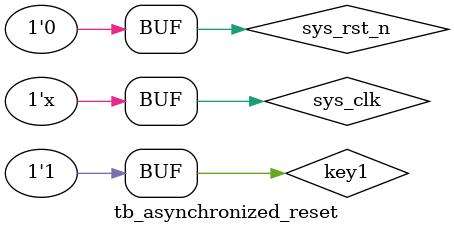
<source format=v>
`timescale 1ns/1ns

module tb_asynchronized_reset();
reg sys_clk;
reg sys_rst_n;
reg key1;
wire LED0;

initial begin
    sys_clk = 1'b0;
    sys_rst_n <= 1'b1;
    key1   <= 1'b1;
	#20 sys_rst_n <= 1'b0;
	#15 sys_rst_n <= 1'b1;
	#50 sys_rst_n <= 1'b0;
	#30 sys_rst_n <= 1'b1;
	#10 sys_rst_n <= 1'b0;

end
always#10 sys_clk = ~sys_clk; 


asynchronized_reset   asynchronized_reset_inst(
	.sys_clk(sys_clk),
	.sys_rst_n(sys_rst_n),
	.key1(key1),
	.LED0(LED0)
);

endmodule
</source>
